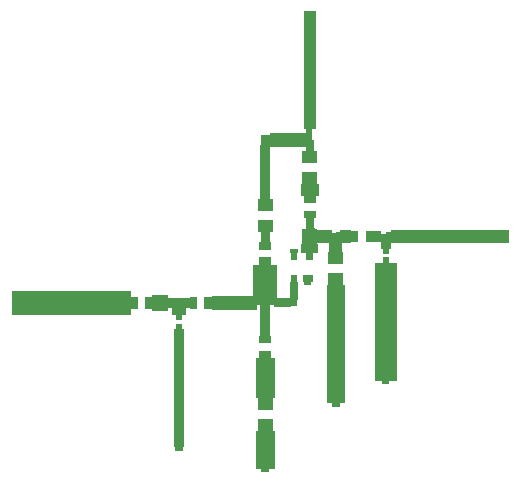
<source format=gbr>
G04 ===== Begin FILE IDENTIFICATION =====*
G04 File Format:  Gerber RS274X*
G04 ===== End FILE IDENTIFICATION =====*
%FSLAX24Y24*%
%MOIN*%
%SFA1.0000B1.0000*%
%OFA0.0B0.0*%
%ADD10C,0.000025*%
%LNcond*%
%IPPOS*%
%LPD*%
G75*
G36*
G01X-7295Y-1896D02*
G01Y-1680D01*
G01X-11232D01*
G01Y-2501D01*
G01X-7295D01*
G01Y-2286D01*
G01X-7050D01*
G01Y-1896D01*
G01X-7295D01*
G37*
G36*
G01X-6810Y-2286D02*
G01X-6565D01*
G01Y-2358D01*
G01X-6048D01*
G01Y-2251D01*
G01X-5921D01*
G01Y-2499D01*
G01X-5780D01*
G01Y-2676D01*
G01X-5583D01*
G01Y-2499D01*
G01X-5442D01*
G01Y-2251D01*
G01X-5315D01*
G01Y-2286D01*
G01X-5070D01*
G01Y-1896D01*
G01X-5315D01*
G01Y-1941D01*
G01X-5682D01*
G01Y-1930D01*
G01X-6048D01*
G01Y-1824D01*
G01X-6565D01*
G01Y-1896D01*
G01X-6810D01*
G01Y-2286D01*
G37*
G36*
G01X-5847Y-6904D02*
G01X-5807D01*
G01Y-7029D01*
G01X-5557D01*
G01Y-6904D01*
G01X-5516D01*
G01Y-2967D01*
G01X-5583D01*
G01Y-2790D01*
G01X-5780D01*
G01Y-2967D01*
G01X-5847D01*
G01Y-6904D01*
G37*
G36*
G01X-4830Y-2286D02*
G01X-4585D01*
G01Y-2320D01*
G01X-3087D01*
G01Y-2164D01*
G01X-3048D01*
G01Y-2171D01*
G01X-2528D01*
G01Y-2237D01*
G01X-1938D01*
G01Y-2181D01*
G01X-1757D01*
G01Y-2000D01*
G01X-1723D01*
G01Y-1380D01*
G01X-1740D01*
G01Y-1163D01*
G01X-1956D01*
G01Y-1380D01*
G01X-1973D01*
G01Y-1944D01*
G01X-2402D01*
G01Y-821D01*
G01X-2607D01*
G01Y-571D01*
G01X-3007D01*
G01Y-821D01*
G01X-3212D01*
G01Y-1862D01*
G01X-4585D01*
G01Y-1896D01*
G01X-4830D01*
G01Y-2286D01*
G37*
G36*
G01X-3121Y-5267D02*
G01X-3057D01*
G01Y-5668D01*
G01X-2557D01*
G01Y-5267D01*
G01X-2493D01*
G01Y-3936D01*
G01X-2607D01*
G01Y-3686D01*
G01X-3007D01*
G01Y-3936D01*
G01X-3121D01*
G01Y-5267D01*
G37*
G36*
G01X-3119Y-7620D02*
G01X-2932D01*
G01Y-7745D01*
G01X-2682D01*
G01Y-7620D01*
G01X-2495D01*
G01Y-6369D01*
G01X-2557D01*
G01Y-5968D01*
G01X-3057D01*
G01Y-6369D01*
G01X-3119D01*
G01Y-7620D01*
G37*
G36*
G01X-3057Y278D02*
G01X-2956D01*
G01Y-71D01*
G01X-3007D01*
G01Y-321D01*
G01X-2607D01*
G01Y-71D01*
G01X-2658D01*
G01Y278D01*
G01X-2557D01*
G01Y680D01*
G01X-3057D01*
G01Y278D01*
G37*
G36*
G01X-1195Y2979D02*
G01Y3339D01*
G01X-1243D01*
G01Y3700D01*
G01X-1105D01*
G01Y7637D01*
G01X-1522D01*
G01Y3700D01*
G01X-1431D01*
G01Y3585D01*
G01X-2653D01*
G01Y3493D01*
G01X-2961D01*
G01Y3185D01*
G01X-2977D01*
G01Y1380D01*
G01X-3057D01*
G01Y979D01*
G01X-2557D01*
G01Y1380D01*
G01X-2637D01*
G01Y3093D01*
G01X-1431D01*
G01Y2979D01*
G01X-1563D01*
G01Y2577D01*
G01X-1063D01*
G01Y2979D01*
G01X-1195D01*
G37*
G36*
G01X-2648Y-3186D02*
G01Y-2171D01*
G01X-2966D01*
G01Y-3186D01*
G01X-3007D01*
G01Y-3436D01*
G01X-2607D01*
G01Y-3186D01*
G01X-2648D01*
G37*
G36*
G01X-1973Y-435D02*
G01X-1956D01*
G01Y-651D01*
G01X-1740D01*
G01Y-435D01*
G01X-1723D01*
G01Y-310D01*
G01X-1973D01*
G01Y-435D01*
G37*
G36*
G01X-1161Y360D02*
G01X-1142Y391D01*
G01X-1170Y407D01*
G01Y726D01*
G01X-1113D01*
G01Y976D01*
G01X-1513D01*
G01Y726D01*
G01X-1457D01*
G01Y400D01*
G01X-1480Y360D01*
G01X-1577D01*
G01Y119D01*
G01Y-122D01*
G01X-1629D01*
G01Y-435D01*
G01X-1444D01*
G01Y-651D01*
G01X-1227D01*
G01Y-435D01*
G01X-1042D01*
G01Y-122D01*
G01X-1094D01*
G01Y360D01*
G01X-1161D01*
G37*
G36*
G01X-1619Y1476D02*
G01X-1513D01*
G01Y1226D01*
G01X-1113D01*
G01Y1476D01*
G01X-1007D01*
G01Y1876D01*
G01X-1063D01*
G01Y2278D01*
G01X-1563D01*
G01Y1876D01*
G01X-1619D01*
G01Y1476D01*
G37*
G36*
G01X-1562Y-1380D02*
G01X-1520D01*
G01Y-1505D01*
G01X-1270D01*
G01Y-1380D01*
G01X-1227D01*
G01Y-1163D01*
G01X-1562D01*
G01Y-1380D01*
G37*
G36*
G01X-1094Y-103D02*
G01X-664D01*
G01Y-406D01*
G01X-701D01*
G01Y-808D01*
G01X-201D01*
G01Y-406D01*
G01X-237D01*
G01Y-108D01*
G01X55D01*
G01Y-76D01*
G01X300D01*
G01Y314D01*
G01X55D01*
G01Y345D01*
G01X-321D01*
G01Y258D01*
G01X-451D01*
G01Y228D01*
G01X-580D01*
G01Y340D01*
G01X-1094D01*
G01Y-103D01*
G37*
G36*
G01X-752Y-5445D02*
G01X-576D01*
G01Y-5570D01*
G01X-326D01*
G01Y-5445D01*
G01X-149D01*
G01Y-1508D01*
G01X-201D01*
G01Y-1107D01*
G01X-701D01*
G01Y-1508D01*
G01X-752D01*
G01Y-5445D01*
G37*
G36*
G01X785Y290D02*
G01Y314D01*
G01X540D01*
G01Y-76D01*
G01X785D01*
G01Y-52D01*
G01X1044D01*
G01Y-281D01*
G01X1113D01*
G01Y-458D01*
G01X1310D01*
G01Y-281D01*
G01X1380D01*
G01Y-98D01*
G01X5312D01*
G01Y335D01*
G01X1375D01*
G01Y255D01*
G01X1212D01*
G01Y219D01*
G01X1048D01*
G01Y290D01*
G01X785D01*
G37*
G36*
G01X849Y-4687D02*
G01X1087D01*
G01Y-4812D01*
G01X1337D01*
G01Y-4687D01*
G01X1574D01*
G01Y-750D01*
G01X1310D01*
G01Y-572D01*
G01X1113D01*
G01Y-750D01*
G01X849D01*
G01Y-4687D01*
G37*
M02*


</source>
